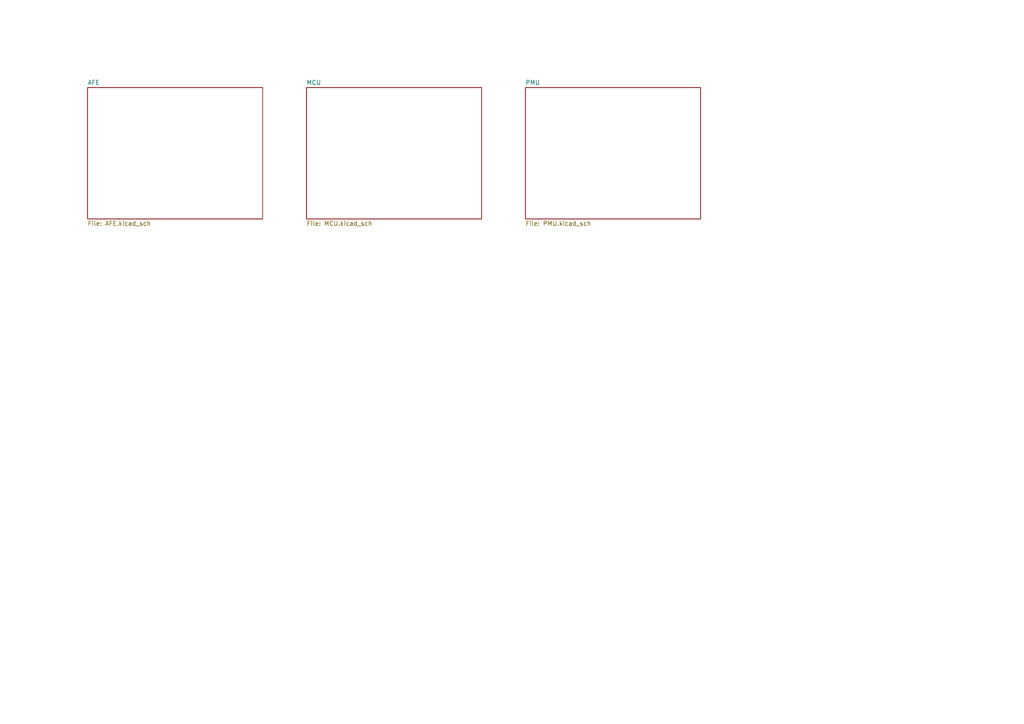
<source format=kicad_sch>
(kicad_sch
	(version 20231120)
	(generator "eeschema")
	(generator_version "8.0")
	(uuid "81e74fe3-7398-4736-8e9f-7ccf36dc8882")
	(paper "A4")
	(title_block
		(title "HANDS-EMG")
		(date "2025-03-01")
		(company "San Diego State University")
		(comment 1 "Computer Engineer: Noah Marosok, Blake Pearson")
		(comment 2 "Electrical Engineer: Kelly Hubbard, Jayden Sumbillo, Kirk Young")
	)
	(lib_symbols)
	(sheet
		(at 88.9 25.4)
		(size 50.8 38.1)
		(fields_autoplaced yes)
		(stroke
			(width 0.1524)
			(type solid)
		)
		(fill
			(color 0 0 0 0.0000)
		)
		(uuid "247be4d1-54fd-4b2f-b6e9-48e67aa34336")
		(property "Sheetname" "MCU"
			(at 88.9 24.6884 0)
			(effects
				(font
					(size 1.27 1.27)
				)
				(justify left bottom)
			)
		)
		(property "Sheetfile" "MCU.kicad_sch"
			(at 88.9 64.0846 0)
			(effects
				(font
					(size 1.27 1.27)
				)
				(justify left top)
			)
		)
		(instances
			(project "final-pcb"
				(path "/81e74fe3-7398-4736-8e9f-7ccf36dc8882"
					(page "3")
				)
			)
		)
	)
	(sheet
		(at 152.4 25.4)
		(size 50.8 38.1)
		(fields_autoplaced yes)
		(stroke
			(width 0.1524)
			(type solid)
		)
		(fill
			(color 0 0 0 0.0000)
		)
		(uuid "44136480-59be-49b2-8c76-b704f42332b0")
		(property "Sheetname" "PMU"
			(at 152.4 24.6884 0)
			(effects
				(font
					(size 1.27 1.27)
				)
				(justify left bottom)
			)
		)
		(property "Sheetfile" "PMU.kicad_sch"
			(at 152.4 64.0846 0)
			(effects
				(font
					(size 1.27 1.27)
				)
				(justify left top)
			)
		)
		(instances
			(project "final-pcb"
				(path "/81e74fe3-7398-4736-8e9f-7ccf36dc8882"
					(page "4")
				)
			)
		)
	)
	(sheet
		(at 25.4 25.4)
		(size 50.8 38.1)
		(fields_autoplaced yes)
		(stroke
			(width 0.1524)
			(type solid)
		)
		(fill
			(color 0 0 0 0.0000)
		)
		(uuid "e2bbeb3b-28e6-416c-bf97-fb45c5d78dca")
		(property "Sheetname" "AFE"
			(at 25.4 24.6884 0)
			(effects
				(font
					(size 1.27 1.27)
				)
				(justify left bottom)
			)
		)
		(property "Sheetfile" "AFE.kicad_sch"
			(at 25.4 64.0846 0)
			(effects
				(font
					(size 1.27 1.27)
				)
				(justify left top)
			)
		)
		(instances
			(project "final-pcb"
				(path "/81e74fe3-7398-4736-8e9f-7ccf36dc8882"
					(page "2")
				)
			)
		)
	)
	(sheet_instances
		(path "/"
			(page "1")
		)
	)
)

</source>
